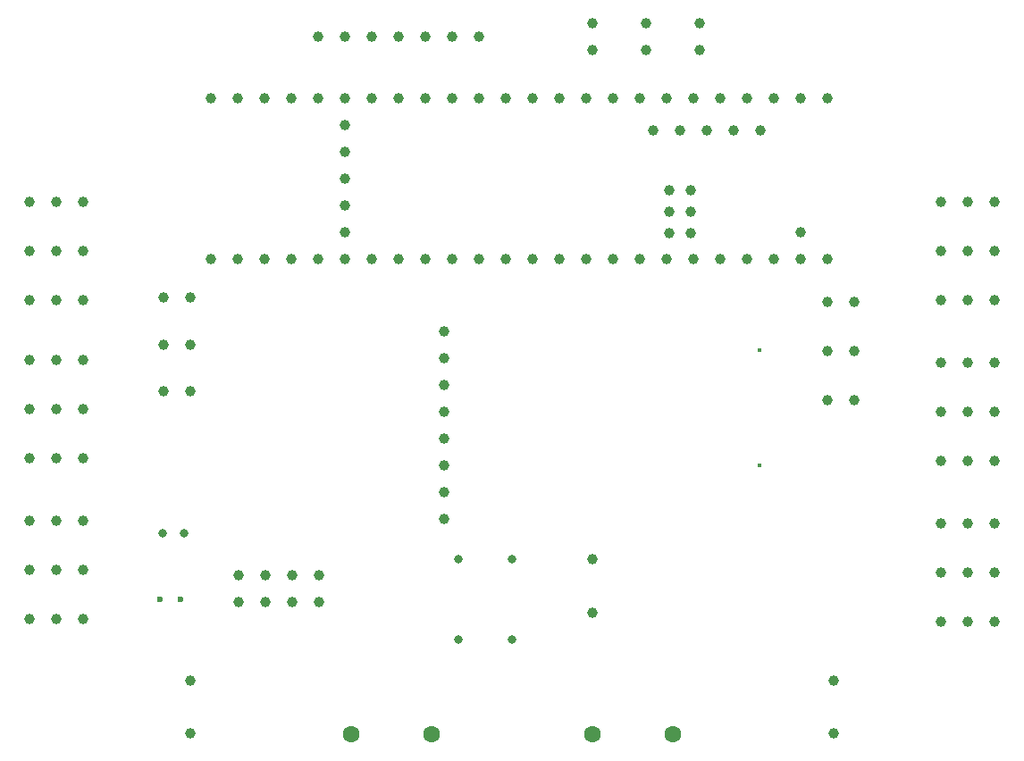
<source format=gbr>
%TF.GenerationSoftware,KiCad,Pcbnew,7.0.8*%
%TF.CreationDate,2025-02-28T20:23:39-05:00*%
%TF.ProjectId,Hexapod PCB KiCad Project,48657861-706f-4642-9050-4342204b6943,rev?*%
%TF.SameCoordinates,Original*%
%TF.FileFunction,Plated,1,4,PTH,Drill*%
%TF.FilePolarity,Positive*%
%FSLAX46Y46*%
G04 Gerber Fmt 4.6, Leading zero omitted, Abs format (unit mm)*
G04 Created by KiCad (PCBNEW 7.0.8) date 2025-02-28 20:23:39*
%MOMM*%
%LPD*%
G01*
G04 APERTURE LIST*
%TA.AperFunction,ViaDrill*%
%ADD10C,0.400000*%
%TD*%
%TA.AperFunction,ComponentDrill*%
%ADD11C,0.600000*%
%TD*%
%TA.AperFunction,ComponentDrill*%
%ADD12C,0.800000*%
%TD*%
%TA.AperFunction,ComponentDrill*%
%ADD13C,1.000000*%
%TD*%
%TA.AperFunction,ComponentDrill*%
%ADD14C,1.600000*%
%TD*%
G04 APERTURE END LIST*
D10*
X166944000Y-95821500D03*
X166944000Y-106743500D03*
D11*
%TO.C,C2*%
X110097600Y-119380001D03*
X112097600Y-119380001D03*
D12*
%TO.C,C1*%
X110395000Y-113125000D03*
X112395000Y-113125000D03*
%TO.C,R1*%
X138430000Y-115570000D03*
X138430000Y-123190000D03*
%TO.C,R2*%
X143510000Y-115570000D03*
X143510000Y-123190000D03*
D13*
%TO.C,Fem3*%
X97789999Y-116635000D03*
%TO.C,Fem1*%
X97790000Y-86360000D03*
%TO.C,Cox2*%
X97790000Y-96745001D03*
%TO.C,Tib2*%
X97790000Y-106045001D03*
%TO.C,Cox3*%
X97790000Y-111985000D03*
%TO.C,Tib3*%
X97790000Y-121285000D03*
%TO.C,Cox1*%
X97790001Y-81710000D03*
%TO.C,Tib1*%
X97790001Y-91010000D03*
%TO.C,Fem2*%
X97790001Y-101395000D03*
%TO.C,Fem3*%
X100329999Y-116635000D03*
%TO.C,Fem1*%
X100330000Y-86360000D03*
%TO.C,Cox2*%
X100330000Y-96745001D03*
%TO.C,Tib2*%
X100330000Y-106045001D03*
%TO.C,Cox3*%
X100330000Y-111985000D03*
%TO.C,Tib3*%
X100330000Y-121285000D03*
%TO.C,Cox1*%
X100330001Y-81710000D03*
%TO.C,Tib1*%
X100330001Y-91010000D03*
%TO.C,Fem2*%
X100330001Y-101395000D03*
%TO.C,Fem3*%
X102869999Y-116635000D03*
%TO.C,Fem1*%
X102870000Y-86360000D03*
%TO.C,Cox2*%
X102870000Y-96745001D03*
%TO.C,Tib2*%
X102870000Y-106045001D03*
%TO.C,Cox3*%
X102870000Y-111985000D03*
%TO.C,Tib3*%
X102870000Y-121285000D03*
%TO.C,Cox1*%
X102870001Y-81710000D03*
%TO.C,Tib1*%
X102870001Y-91010000D03*
%TO.C,Fem2*%
X102870001Y-101395000D03*
%TO.C,FS1*%
X110490000Y-90805000D03*
%TO.C,FS3*%
X110490000Y-99695000D03*
%TO.C,FS2*%
X110495000Y-95250000D03*
%TO.C,FS1*%
X113030000Y-90805000D03*
%TO.C,FS3*%
X113030000Y-99695000D03*
%TO.C,C4*%
X113030000Y-127080000D03*
X113030000Y-132080000D03*
%TO.C,FS2*%
X113035000Y-95250000D03*
%TO.C,U1*%
X114935000Y-71880000D03*
X114935000Y-87120000D03*
X117475000Y-71880000D03*
X117475000Y-87120000D03*
%TO.C,U3*%
X117565000Y-117140000D03*
X117565000Y-119680000D03*
%TO.C,U1*%
X120015000Y-71880000D03*
X120015000Y-87120000D03*
%TO.C,U3*%
X120105000Y-117140000D03*
X120105000Y-119680000D03*
%TO.C,U1*%
X122555000Y-71880000D03*
X122555000Y-87120000D03*
%TO.C,U3*%
X122645000Y-117140000D03*
X122645000Y-119680000D03*
%TO.C,B1*%
X125095000Y-66040000D03*
%TO.C,U1*%
X125095000Y-71880000D03*
X125095000Y-87120000D03*
%TO.C,U3*%
X125185000Y-117140000D03*
X125185000Y-119680000D03*
%TO.C,B1*%
X127635000Y-66040000D03*
%TO.C,U1*%
X127635000Y-71880000D03*
X127635000Y-74420000D03*
X127635000Y-76960000D03*
X127635000Y-79500000D03*
X127635000Y-82040000D03*
X127635000Y-84580000D03*
X127635000Y-87120000D03*
%TO.C,B1*%
X130175000Y-66040000D03*
%TO.C,U1*%
X130175000Y-71880000D03*
X130175000Y-87120000D03*
%TO.C,B1*%
X132715000Y-66040000D03*
%TO.C,U1*%
X132715000Y-71880000D03*
X132715000Y-87120000D03*
%TO.C,B1*%
X135255000Y-66040000D03*
%TO.C,U1*%
X135255000Y-71880000D03*
X135255000Y-87120000D03*
%TO.C,U4*%
X137034000Y-94007000D03*
X137034000Y-96547000D03*
X137034000Y-99087000D03*
X137034000Y-101627000D03*
X137034000Y-104167000D03*
X137034000Y-106707000D03*
X137034000Y-109247000D03*
X137034000Y-111787000D03*
%TO.C,B1*%
X137795000Y-66040000D03*
%TO.C,U1*%
X137795000Y-71880000D03*
X137795000Y-87120000D03*
%TO.C,B1*%
X140335000Y-66040000D03*
%TO.C,U1*%
X140335000Y-71880000D03*
X140335000Y-87120000D03*
X142875000Y-71880000D03*
X142875000Y-87120000D03*
X145415000Y-71880000D03*
X145415000Y-87120000D03*
X147955000Y-71880000D03*
X147955000Y-87120000D03*
X150495000Y-71880000D03*
X150495000Y-87120000D03*
%TO.C,B2*%
X151130000Y-64770000D03*
X151130000Y-67310000D03*
%TO.C,D1*%
X151130000Y-115570000D03*
X151130000Y-120650000D03*
%TO.C,U1*%
X153035000Y-71880000D03*
X153035000Y-87120000D03*
X155575000Y-71880000D03*
X155575000Y-87120000D03*
%TO.C,B3*%
X156210000Y-64765000D03*
X156210000Y-67305000D03*
%TO.C,U1*%
X156845000Y-74930000D03*
X158115000Y-71880000D03*
X158115000Y-87120000D03*
X158385000Y-80670000D03*
X158385000Y-82670000D03*
X158385000Y-84670000D03*
X159385000Y-74930000D03*
X160385000Y-80670000D03*
X160385000Y-82670000D03*
X160385000Y-84670000D03*
X160655000Y-71880000D03*
X160655000Y-87120000D03*
%TO.C,B4*%
X161290000Y-64770000D03*
X161290000Y-67310000D03*
%TO.C,U1*%
X161925000Y-74930000D03*
X163195000Y-71880000D03*
X163195000Y-87120000D03*
X164465000Y-74930000D03*
X165735000Y-71880000D03*
X165735000Y-87120000D03*
X167005000Y-74930000D03*
X168275000Y-71880000D03*
X168275000Y-87120000D03*
X170815000Y-71880000D03*
X170815000Y-84580000D03*
X170815000Y-87120000D03*
X173355000Y-71880000D03*
X173355000Y-87120000D03*
%TO.C,FS4*%
X173360000Y-91235000D03*
%TO.C,FS6*%
X173360000Y-100535000D03*
%TO.C,FS5*%
X173360001Y-95885000D03*
%TO.C,C3*%
X173990000Y-127080000D03*
X173990000Y-132080000D03*
%TO.C,FS4*%
X175900000Y-91235000D03*
%TO.C,FS6*%
X175900000Y-100535000D03*
%TO.C,FS5*%
X175900001Y-95885000D03*
%TO.C,Cox6*%
X184134980Y-121490001D03*
%TO.C,Tib6*%
X184134997Y-112189999D03*
%TO.C,Fem6*%
X184135000Y-116840000D03*
%TO.C,Cox4*%
X184149992Y-91010010D03*
%TO.C,Fem4*%
X184150000Y-86360000D03*
%TO.C,Fem5*%
X184150000Y-101600000D03*
%TO.C,Tib5*%
X184150001Y-96950000D03*
%TO.C,Cox5*%
X184150001Y-106250000D03*
%TO.C,Tib4*%
X184150008Y-81710011D03*
%TO.C,Cox6*%
X186674980Y-121490001D03*
%TO.C,Tib6*%
X186674997Y-112189999D03*
%TO.C,Fem6*%
X186675000Y-116840000D03*
%TO.C,Cox4*%
X186689992Y-91010010D03*
%TO.C,Fem4*%
X186690000Y-86360000D03*
%TO.C,Fem5*%
X186690000Y-101600000D03*
%TO.C,Tib5*%
X186690001Y-96950000D03*
%TO.C,Cox5*%
X186690001Y-106250000D03*
%TO.C,Tib4*%
X186690008Y-81710011D03*
%TO.C,Cox6*%
X189214980Y-121490001D03*
%TO.C,Tib6*%
X189214997Y-112189999D03*
%TO.C,Fem6*%
X189215000Y-116840000D03*
%TO.C,Cox4*%
X189229992Y-91010010D03*
%TO.C,Fem4*%
X189230000Y-86360000D03*
%TO.C,Fem5*%
X189230000Y-101600000D03*
%TO.C,Tib5*%
X189230001Y-96950000D03*
%TO.C,Cox5*%
X189230001Y-106250000D03*
%TO.C,Tib4*%
X189230008Y-81710011D03*
D14*
%TO.C,T1*%
X128270000Y-132212500D03*
X135890000Y-132212500D03*
%TO.C,T2*%
X151130000Y-132212500D03*
X158750000Y-132212500D03*
M02*

</source>
